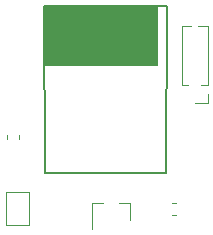
<source format=gbr>
G04 #@! TF.GenerationSoftware,KiCad,Pcbnew,(5.1.0)-1*
G04 #@! TF.CreationDate,2019-06-28T09:21:03+02:00*
G04 #@! TF.ProjectId,Drop,44726f70-2e6b-4696-9361-645f70636258,rev?*
G04 #@! TF.SameCoordinates,Original*
G04 #@! TF.FileFunction,Legend,Top*
G04 #@! TF.FilePolarity,Positive*
%FSLAX46Y46*%
G04 Gerber Fmt 4.6, Leading zero omitted, Abs format (unit mm)*
G04 Created by KiCad (PCBNEW (5.1.0)-1) date 2019-06-28 09:21:03*
%MOMM*%
%LPD*%
G04 APERTURE LIST*
%ADD10C,0.150000*%
%ADD11C,0.120000*%
G04 APERTURE END LIST*
D10*
X133750000Y-58525001D02*
X143200000Y-58525001D01*
X143200000Y-58525001D02*
X143200000Y-53600001D01*
X143200000Y-53600001D02*
X133675000Y-53600001D01*
X133675000Y-53600001D02*
X133675000Y-58525001D01*
G36*
X133725000Y-58525001D02*
G01*
X133700000Y-53600001D01*
X143150000Y-53625001D01*
X143150000Y-58500001D01*
X133725000Y-58525001D01*
G37*
X133725000Y-58525001D02*
X133700000Y-53600001D01*
X143150000Y-53625001D01*
X143150000Y-58500001D01*
X133725000Y-58525001D01*
X133650000Y-53575001D02*
X144075000Y-53575001D01*
X144075000Y-53575001D02*
X144000000Y-67650001D01*
X144000000Y-67650001D02*
X133750000Y-67650001D01*
X133750000Y-67650001D02*
X133675000Y-53575001D01*
D11*
X131510000Y-64428733D02*
X131510000Y-64771267D01*
X130490000Y-64428733D02*
X130490000Y-64771267D01*
X140880000Y-70240000D02*
X139950000Y-70240000D01*
X137720000Y-70240000D02*
X138650000Y-70240000D01*
X137720000Y-70240000D02*
X137720000Y-72400000D01*
X140880000Y-70240000D02*
X140880000Y-71700000D01*
X147510000Y-55225000D02*
X146707530Y-55225000D01*
X146092470Y-55225000D02*
X145290000Y-55225000D01*
X147510000Y-60240000D02*
X147510000Y-55225000D01*
X145290000Y-60240000D02*
X145290000Y-55225000D01*
X147510000Y-60240000D02*
X146963471Y-60240000D01*
X145836529Y-60240000D02*
X145290000Y-60240000D01*
X147510000Y-61000000D02*
X147510000Y-61760000D01*
X147510000Y-61760000D02*
X146400000Y-61760000D01*
X144453733Y-70240000D02*
X144796267Y-70240000D01*
X144453733Y-71260000D02*
X144796267Y-71260000D01*
X130400000Y-69300000D02*
X132400000Y-69300000D01*
X130400000Y-72100000D02*
X130400000Y-69300000D01*
X132400000Y-72100000D02*
X130400000Y-72100000D01*
X132400000Y-69300000D02*
X132400000Y-72100000D01*
M02*

</source>
